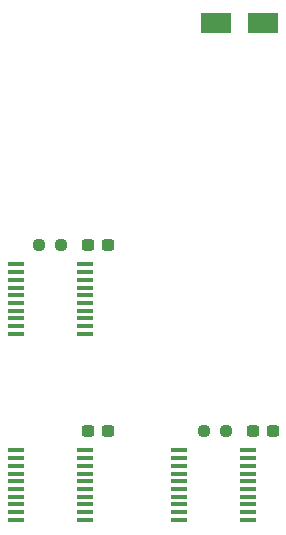
<source format=gtp>
%TF.GenerationSoftware,KiCad,Pcbnew,6.0.0*%
%TF.CreationDate,2022-02-18T00:32:38-05:00*%
%TF.ProjectId,picocart,7069636f-6361-4727-942e-6b696361645f,rev?*%
%TF.SameCoordinates,Original*%
%TF.FileFunction,Paste,Top*%
%TF.FilePolarity,Positive*%
%FSLAX46Y46*%
G04 Gerber Fmt 4.6, Leading zero omitted, Abs format (unit mm)*
G04 Created by KiCad (PCBNEW 6.0.0) date 2022-02-18 00:32:38*
%MOMM*%
%LPD*%
G01*
G04 APERTURE LIST*
G04 Aperture macros list*
%AMRoundRect*
0 Rectangle with rounded corners*
0 $1 Rounding radius*
0 $2 $3 $4 $5 $6 $7 $8 $9 X,Y pos of 4 corners*
0 Add a 4 corners polygon primitive as box body*
4,1,4,$2,$3,$4,$5,$6,$7,$8,$9,$2,$3,0*
0 Add four circle primitives for the rounded corners*
1,1,$1+$1,$2,$3*
1,1,$1+$1,$4,$5*
1,1,$1+$1,$6,$7*
1,1,$1+$1,$8,$9*
0 Add four rect primitives between the rounded corners*
20,1,$1+$1,$2,$3,$4,$5,0*
20,1,$1+$1,$4,$5,$6,$7,0*
20,1,$1+$1,$6,$7,$8,$9,0*
20,1,$1+$1,$8,$9,$2,$3,0*%
G04 Aperture macros list end*
%ADD10R,2.500000X1.800000*%
%ADD11RoundRect,0.237500X-0.250000X-0.237500X0.250000X-0.237500X0.250000X0.237500X-0.250000X0.237500X0*%
%ADD12RoundRect,0.237500X0.300000X0.237500X-0.300000X0.237500X-0.300000X-0.237500X0.300000X-0.237500X0*%
%ADD13R,1.475000X0.450000*%
%ADD14RoundRect,0.237500X0.250000X0.237500X-0.250000X0.237500X-0.250000X-0.237500X0.250000X-0.237500X0*%
G04 APERTURE END LIST*
D10*
%TO.C,D1*%
X142018000Y-47498000D03*
X146018000Y-47498000D03*
%TD*%
D11*
%TO.C,R2*%
X141073500Y-82042000D03*
X142898500Y-82042000D03*
%TD*%
D12*
%TO.C,C2*%
X132942500Y-82042000D03*
X131217500Y-82042000D03*
%TD*%
D13*
%TO.C,U3*%
X138921000Y-83689000D03*
X138921000Y-84339000D03*
X138921000Y-84989000D03*
X138921000Y-85639000D03*
X138921000Y-86289000D03*
X138921000Y-86939000D03*
X138921000Y-87589000D03*
X138921000Y-88239000D03*
X138921000Y-88889000D03*
X138921000Y-89539000D03*
X144797000Y-89539000D03*
X144797000Y-88889000D03*
X144797000Y-88239000D03*
X144797000Y-87589000D03*
X144797000Y-86939000D03*
X144797000Y-86289000D03*
X144797000Y-85639000D03*
X144797000Y-84989000D03*
X144797000Y-84339000D03*
X144797000Y-83689000D03*
%TD*%
D12*
%TO.C,C1*%
X132942500Y-66294000D03*
X131217500Y-66294000D03*
%TD*%
D13*
%TO.C,U2*%
X125078000Y-83689000D03*
X125078000Y-84339000D03*
X125078000Y-84989000D03*
X125078000Y-85639000D03*
X125078000Y-86289000D03*
X125078000Y-86939000D03*
X125078000Y-87589000D03*
X125078000Y-88239000D03*
X125078000Y-88889000D03*
X125078000Y-89539000D03*
X130954000Y-89539000D03*
X130954000Y-88889000D03*
X130954000Y-88239000D03*
X130954000Y-87589000D03*
X130954000Y-86939000D03*
X130954000Y-86289000D03*
X130954000Y-85639000D03*
X130954000Y-84989000D03*
X130954000Y-84339000D03*
X130954000Y-83689000D03*
%TD*%
D14*
%TO.C,R1*%
X128928500Y-66294000D03*
X127103500Y-66294000D03*
%TD*%
D12*
%TO.C,C3*%
X146912500Y-82042000D03*
X145187500Y-82042000D03*
%TD*%
D13*
%TO.C,U1*%
X125078000Y-67941000D03*
X125078000Y-68591000D03*
X125078000Y-69241000D03*
X125078000Y-69891000D03*
X125078000Y-70541000D03*
X125078000Y-71191000D03*
X125078000Y-71841000D03*
X125078000Y-72491000D03*
X125078000Y-73141000D03*
X125078000Y-73791000D03*
X130954000Y-73791000D03*
X130954000Y-73141000D03*
X130954000Y-72491000D03*
X130954000Y-71841000D03*
X130954000Y-71191000D03*
X130954000Y-70541000D03*
X130954000Y-69891000D03*
X130954000Y-69241000D03*
X130954000Y-68591000D03*
X130954000Y-67941000D03*
%TD*%
M02*

</source>
